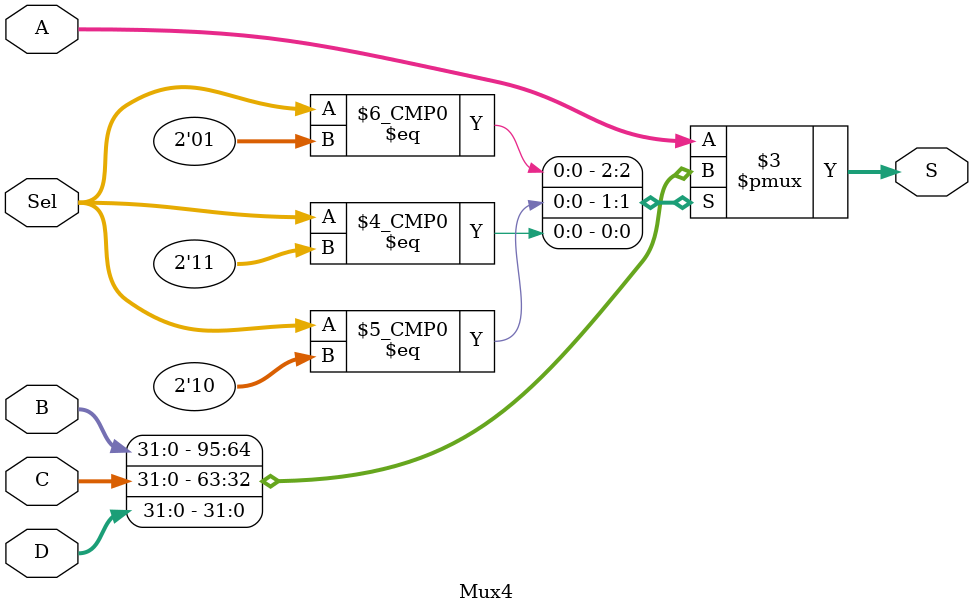
<source format=v>
`timescale 1ns / 1ps

module Mux4(
    input [31:0] A,
    input [31:0] B,
    input [31:0] C,
    input [31:0] D,
    input [1:0] Sel,
    output reg [31:0] S
    );

always @*
begin
     case(Sel)
         2'd1 : S = B;
         2'd2 : S = C;
         2'd3 : S = D;
         default: S=A;
     endcase
end
endmodule
</source>
